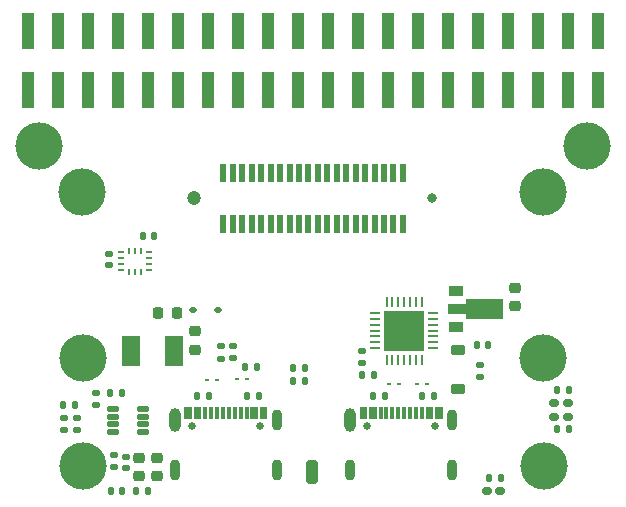
<source format=gbr>
%TF.GenerationSoftware,KiCad,Pcbnew,(7.0.0)*%
%TF.CreationDate,2023-04-19T19:18:22+08:00*%
%TF.ProjectId,Expansion,45787061-6e73-4696-9f6e-2e6b69636164,rev?*%
%TF.SameCoordinates,Original*%
%TF.FileFunction,Soldermask,Top*%
%TF.FilePolarity,Negative*%
%FSLAX46Y46*%
G04 Gerber Fmt 4.6, Leading zero omitted, Abs format (unit mm)*
G04 Created by KiCad (PCBNEW (7.0.0)) date 2023-04-19 19:18:22*
%MOMM*%
%LPD*%
G01*
G04 APERTURE LIST*
G04 Aperture macros list*
%AMRoundRect*
0 Rectangle with rounded corners*
0 $1 Rounding radius*
0 $2 $3 $4 $5 $6 $7 $8 $9 X,Y pos of 4 corners*
0 Add a 4 corners polygon primitive as box body*
4,1,4,$2,$3,$4,$5,$6,$7,$8,$9,$2,$3,0*
0 Add four circle primitives for the rounded corners*
1,1,$1+$1,$2,$3*
1,1,$1+$1,$4,$5*
1,1,$1+$1,$6,$7*
1,1,$1+$1,$8,$9*
0 Add four rect primitives between the rounded corners*
20,1,$1+$1,$2,$3,$4,$5,0*
20,1,$1+$1,$4,$5,$6,$7,0*
20,1,$1+$1,$6,$7,$8,$9,0*
20,1,$1+$1,$8,$9,$2,$3,0*%
%AMFreePoly0*
4,1,9,3.862500,-0.866500,0.737500,-0.866500,0.737500,-0.450000,-0.737500,-0.450000,-0.737500,0.450000,0.737500,0.450000,0.737500,0.866500,3.862500,0.866500,3.862500,-0.866500,3.862500,-0.866500,$1*%
G04 Aperture macros list end*
%ADD10C,4.000000*%
%ADD11RoundRect,0.140000X0.140000X0.170000X-0.140000X0.170000X-0.140000X-0.170000X0.140000X-0.170000X0*%
%ADD12RoundRect,0.140000X-0.170000X0.140000X-0.170000X-0.140000X0.170000X-0.140000X0.170000X0.140000X0*%
%ADD13RoundRect,0.140000X-0.140000X-0.170000X0.140000X-0.170000X0.140000X0.170000X-0.140000X0.170000X0*%
%ADD14RoundRect,0.112500X-0.187500X-0.112500X0.187500X-0.112500X0.187500X0.112500X-0.187500X0.112500X0*%
%ADD15RoundRect,0.135000X0.185000X-0.135000X0.185000X0.135000X-0.185000X0.135000X-0.185000X-0.135000X0*%
%ADD16RoundRect,0.135000X-0.135000X-0.185000X0.135000X-0.185000X0.135000X0.185000X-0.135000X0.185000X0*%
%ADD17R,0.475000X0.250000*%
%ADD18R,0.250000X0.475000*%
%ADD19RoundRect,0.160000X-0.222500X-0.160000X0.222500X-0.160000X0.222500X0.160000X-0.222500X0.160000X0*%
%ADD20RoundRect,0.250000X-0.250000X-0.750000X0.250000X-0.750000X0.250000X0.750000X-0.250000X0.750000X0*%
%ADD21RoundRect,0.062500X-0.337500X-0.062500X0.337500X-0.062500X0.337500X0.062500X-0.337500X0.062500X0*%
%ADD22RoundRect,0.062500X-0.062500X-0.337500X0.062500X-0.337500X0.062500X0.337500X-0.062500X0.337500X0*%
%ADD23R,3.350000X3.350000*%
%ADD24C,0.650000*%
%ADD25R,0.300000X1.140000*%
%ADD26O,1.000000X2.000000*%
%ADD27O,0.900000X1.800000*%
%ADD28RoundRect,0.135000X0.135000X0.185000X-0.135000X0.185000X-0.135000X-0.185000X0.135000X-0.185000X0*%
%ADD29R,1.500000X2.500000*%
%ADD30RoundRect,0.135000X-0.185000X0.135000X-0.185000X-0.135000X0.185000X-0.135000X0.185000X0.135000X0*%
%ADD31RoundRect,0.225000X-0.375000X0.225000X-0.375000X-0.225000X0.375000X-0.225000X0.375000X0.225000X0*%
%ADD32RoundRect,0.140000X0.170000X-0.140000X0.170000X0.140000X-0.170000X0.140000X-0.170000X-0.140000X0*%
%ADD33RoundRect,0.062500X-0.117500X-0.062500X0.117500X-0.062500X0.117500X0.062500X-0.117500X0.062500X0*%
%ADD34RoundRect,0.225000X-0.250000X0.225000X-0.250000X-0.225000X0.250000X-0.225000X0.250000X0.225000X0*%
%ADD35RoundRect,0.225000X0.250000X-0.225000X0.250000X0.225000X-0.250000X0.225000X-0.250000X-0.225000X0*%
%ADD36C,1.200000*%
%ADD37C,0.800000*%
%ADD38R,0.550000X1.550000*%
%ADD39RoundRect,0.062500X0.117500X0.062500X-0.117500X0.062500X-0.117500X-0.062500X0.117500X-0.062500X0*%
%ADD40R,1.300000X0.900000*%
%ADD41FreePoly0,0.000000*%
%ADD42R,1.000000X3.150000*%
%ADD43RoundRect,0.125000X0.400000X0.125000X-0.400000X0.125000X-0.400000X-0.125000X0.400000X-0.125000X0*%
%ADD44RoundRect,0.125000X0.395000X0.125000X-0.395000X0.125000X-0.395000X-0.125000X0.395000X-0.125000X0*%
%ADD45RoundRect,0.125000X0.394999X0.125000X-0.394999X0.125000X-0.394999X-0.125000X0.394999X-0.125000X0*%
%ADD46RoundRect,0.125000X0.405000X0.125000X-0.405000X0.125000X-0.405000X-0.125000X0.405000X-0.125000X0*%
%ADD47RoundRect,0.125000X0.410000X0.125000X-0.410000X0.125000X-0.410000X-0.125000X0.410000X-0.125000X0*%
%ADD48RoundRect,0.225000X-0.225000X-0.250000X0.225000X-0.250000X0.225000X0.250000X-0.225000X0.250000X0*%
G04 APERTURE END LIST*
D10*
%TO.C,J4*%
X113760000Y-79330000D03*
X117470000Y-83240000D03*
X117500000Y-106420000D03*
X117510000Y-97250000D03*
X156470000Y-83250000D03*
X156490000Y-97250000D03*
X156530000Y-106410000D03*
X160220000Y-79330000D03*
%TD*%
D11*
%TO.C,C7*%
X120830000Y-108550000D03*
X119870000Y-108550000D03*
%TD*%
D12*
%TO.C,C6*%
X121150000Y-105670000D03*
X121150000Y-106630000D03*
%TD*%
D13*
%TO.C,C1*%
X119845000Y-100275000D03*
X120805000Y-100275000D03*
%TD*%
D14*
%TO.C,D1*%
X126875000Y-93250000D03*
X128975000Y-93250000D03*
%TD*%
D15*
%TO.C,R4*%
X117050000Y-103410000D03*
X117050000Y-102390000D03*
%TD*%
D16*
%TO.C,R7*%
X131240000Y-98025000D03*
X132260000Y-98025000D03*
%TD*%
D15*
%TO.C,R20*%
X129250000Y-97319999D03*
X129250000Y-96299999D03*
%TD*%
D12*
%TO.C,C8*%
X141150000Y-96700000D03*
X141150000Y-97660000D03*
%TD*%
D11*
%TO.C,C9*%
X123570000Y-86970000D03*
X122610000Y-86970000D03*
%TD*%
D17*
%TO.C,U5*%
X123072499Y-89839999D03*
X123072499Y-89339999D03*
X123072499Y-88839999D03*
X123072499Y-88339999D03*
D18*
X122409999Y-88177499D03*
X121909999Y-88177499D03*
X121409999Y-88177499D03*
D17*
X120747499Y-88339999D03*
X120747499Y-88839999D03*
X120747499Y-89339999D03*
X120747499Y-89839999D03*
D18*
X121409999Y-90002499D03*
X121909999Y-90002499D03*
X122409999Y-90002499D03*
%TD*%
D19*
%TO.C,D7*%
X157416434Y-101050000D03*
X158561434Y-101050000D03*
%TD*%
D20*
%TO.C,J3*%
X136910000Y-106900000D03*
%TD*%
D21*
%TO.C,U4*%
X142275000Y-93455000D03*
X142275000Y-93955000D03*
X142275000Y-94455000D03*
X142275000Y-94955000D03*
X142275000Y-95455000D03*
X142275000Y-95955000D03*
X142275000Y-96455000D03*
D22*
X143225000Y-97405000D03*
X143725000Y-97405000D03*
X144225000Y-97405000D03*
X144725000Y-97405000D03*
X145225000Y-97405000D03*
X145725000Y-97405000D03*
X146225000Y-97405000D03*
D21*
X147175000Y-96455000D03*
X147175000Y-95955000D03*
X147175000Y-95455000D03*
X147175000Y-94955000D03*
X147175000Y-94455000D03*
X147175000Y-93955000D03*
X147175000Y-93455000D03*
D22*
X146225000Y-92505000D03*
X145725000Y-92505000D03*
X145225000Y-92505000D03*
X144725000Y-92505000D03*
X144225000Y-92505000D03*
X143725000Y-92505000D03*
X143225000Y-92505000D03*
D23*
X144724999Y-94954999D03*
%TD*%
D16*
%TO.C,R5*%
X115855000Y-101250000D03*
X116875000Y-101250000D03*
%TD*%
%TO.C,R8*%
X141115000Y-98730000D03*
X142135000Y-98730000D03*
%TD*%
D24*
%TO.C,U3*%
X126735000Y-103025000D03*
X132515000Y-103025000D03*
D25*
X126274999Y-101954999D03*
X127074999Y-101954999D03*
X128374999Y-101954999D03*
X129374999Y-101954999D03*
X129874999Y-101954999D03*
X130874999Y-101954999D03*
X132174999Y-101954999D03*
X132974999Y-101954999D03*
X132674999Y-101954999D03*
X131874999Y-101954999D03*
X131374999Y-101954999D03*
X130374999Y-101954999D03*
X128874999Y-101954999D03*
X127874999Y-101954999D03*
X127374999Y-101954999D03*
X126574999Y-101954999D03*
D26*
X125299999Y-102544999D03*
D27*
X133954999Y-102514999D03*
X125299999Y-106724999D03*
X133949999Y-106724999D03*
%TD*%
D16*
%TO.C,R18*%
X135340000Y-99200000D03*
X136360000Y-99200000D03*
%TD*%
%TO.C,R15*%
X157653934Y-103300000D03*
X158673934Y-103300000D03*
%TD*%
D28*
%TO.C,R3*%
X123010000Y-108550000D03*
X121990000Y-108550000D03*
%TD*%
D29*
%TO.C,L1*%
X121549999Y-96674999D03*
X125249999Y-96674999D03*
%TD*%
D30*
%TO.C,R13*%
X151100000Y-97874999D03*
X151100000Y-98894999D03*
%TD*%
D16*
%TO.C,R10*%
X146263375Y-100523375D03*
X147283375Y-100523375D03*
%TD*%
D31*
%TO.C,D6*%
X149275000Y-96575000D03*
X149275000Y-99875000D03*
%TD*%
D32*
%TO.C,C10*%
X119690000Y-89390000D03*
X119690000Y-88430000D03*
%TD*%
D33*
%TO.C,D2*%
X144270875Y-99473375D03*
X143430875Y-99473375D03*
%TD*%
%TO.C,D3*%
X128845000Y-99100000D03*
X128005000Y-99100000D03*
%TD*%
D34*
%TO.C,C2*%
X127000000Y-95025000D03*
X127000000Y-96575000D03*
%TD*%
D35*
%TO.C,C14*%
X154100000Y-92900000D03*
X154100000Y-91350000D03*
%TD*%
D28*
%TO.C,R11*%
X128219999Y-100525000D03*
X127199999Y-100525000D03*
%TD*%
D34*
%TO.C,C4*%
X123750000Y-105750000D03*
X123750000Y-107300000D03*
%TD*%
D19*
%TO.C,D9*%
X151697500Y-108510000D03*
X152842500Y-108510000D03*
%TD*%
D36*
%TO.C,j1*%
X126910000Y-83770000D03*
D37*
X147110000Y-83770000D03*
D38*
X129409999Y-85919999D03*
X129409999Y-81619999D03*
X130209999Y-85919999D03*
X130209999Y-81619999D03*
X131009999Y-85919999D03*
X131009999Y-81619999D03*
X131809999Y-85919999D03*
X131809999Y-81619999D03*
X132609999Y-85919999D03*
X132609999Y-81619999D03*
X133409999Y-85919999D03*
X133409999Y-81619999D03*
X134209999Y-85919999D03*
X134209999Y-81619999D03*
X135009999Y-85919999D03*
X135009999Y-81619999D03*
X135809999Y-85919999D03*
X135809999Y-81619999D03*
X136609999Y-85919999D03*
X136609999Y-81619999D03*
X137409999Y-85919999D03*
X137409999Y-81619999D03*
X138209999Y-85919999D03*
X138209999Y-81619999D03*
X139009999Y-85919999D03*
X139009999Y-81619999D03*
X139809999Y-85919999D03*
X139809999Y-81619999D03*
X140609999Y-81619999D03*
X140609999Y-85919999D03*
X141409999Y-81619999D03*
X141409999Y-85919999D03*
X142209999Y-81619999D03*
X142209999Y-85919999D03*
X143009999Y-81619999D03*
X143009999Y-85919999D03*
X143809999Y-81619999D03*
X143809999Y-85919999D03*
X144609999Y-81619999D03*
X144609999Y-85919999D03*
%TD*%
D16*
%TO.C,R12*%
X131440000Y-100525000D03*
X132460000Y-100525000D03*
%TD*%
D30*
%TO.C,R2*%
X120175000Y-105515000D03*
X120175000Y-106535000D03*
%TD*%
D16*
%TO.C,R22*%
X151905002Y-107472235D03*
X152925002Y-107472235D03*
%TD*%
D28*
%TO.C,R19*%
X136360000Y-98125000D03*
X135340000Y-98125000D03*
%TD*%
D30*
%TO.C,R6*%
X115875000Y-102390000D03*
X115875000Y-103410000D03*
%TD*%
D16*
%TO.C,R14*%
X157638933Y-100025000D03*
X158658933Y-100025000D03*
%TD*%
D39*
%TO.C,D5*%
X130530000Y-99075000D03*
X131370000Y-99075000D03*
%TD*%
D13*
%TO.C,C13*%
X150895000Y-96150000D03*
X151855000Y-96150000D03*
%TD*%
D40*
%TO.C,U6*%
X149074999Y-91624999D03*
D41*
X149162500Y-93125000D03*
D40*
X149074999Y-94624999D03*
%TD*%
D42*
%TO.C,J2*%
X112844999Y-74625000D03*
X112844999Y-69575000D03*
X115384999Y-74625000D03*
X115384999Y-69575000D03*
X117924999Y-74625000D03*
X117924999Y-69575000D03*
X120464999Y-74625000D03*
X120464999Y-69575000D03*
X123004999Y-74625000D03*
X123004999Y-69575000D03*
X125544999Y-74625000D03*
X125544999Y-69575000D03*
X128084999Y-74625000D03*
X128084999Y-69575000D03*
X130624999Y-74625000D03*
X130624999Y-69575000D03*
X133164999Y-74625000D03*
X133164999Y-69575000D03*
X135704999Y-74625000D03*
X135704999Y-69575000D03*
X138244999Y-74625000D03*
X138244999Y-69575000D03*
X140784999Y-74625000D03*
X140784999Y-69575000D03*
X143324999Y-74625000D03*
X143324999Y-69575000D03*
X145864999Y-74625000D03*
X145864999Y-69575000D03*
X148404999Y-74625000D03*
X148404999Y-69575000D03*
X150944999Y-74625000D03*
X150944999Y-69575000D03*
X153484999Y-74625000D03*
X153484999Y-69575000D03*
X156024999Y-74625000D03*
X156024999Y-69575000D03*
X158564999Y-74625000D03*
X158564999Y-69575000D03*
X161104999Y-74625000D03*
X161104999Y-69575000D03*
%TD*%
D24*
%TO.C,U2*%
X141576625Y-103028375D03*
X147356625Y-103028375D03*
D25*
X141116624Y-101958374D03*
X141916624Y-101958374D03*
X143216624Y-101958374D03*
X144216624Y-101958374D03*
X144716624Y-101958374D03*
X145716624Y-101958374D03*
X147016624Y-101958374D03*
X147816624Y-101958374D03*
X147516624Y-101958374D03*
X146716624Y-101958374D03*
X146216624Y-101958374D03*
X145216624Y-101958374D03*
X143716624Y-101958374D03*
X142716624Y-101958374D03*
X142216624Y-101958374D03*
X141416624Y-101958374D03*
D26*
X140141624Y-102548374D03*
D27*
X148796624Y-102518374D03*
X140141624Y-106728374D03*
X148791624Y-106728374D03*
%TD*%
D28*
%TO.C,R9*%
X143098376Y-100523375D03*
X142078376Y-100523375D03*
%TD*%
D15*
%TO.C,R21*%
X130250000Y-97310000D03*
X130250000Y-96290000D03*
%TD*%
D39*
%TO.C,D4*%
X145796625Y-99498375D03*
X146636625Y-99498375D03*
%TD*%
D15*
%TO.C,R1*%
X118625000Y-101285000D03*
X118625000Y-100265000D03*
%TD*%
D43*
%TO.C,U1*%
X122575000Y-103550000D03*
D44*
X122580000Y-102900000D03*
X122580000Y-102250000D03*
D45*
X122579999Y-101600000D03*
D46*
X120030000Y-101600000D03*
D47*
X120035000Y-102250000D03*
X120035000Y-102900000D03*
X120035000Y-103550000D03*
%TD*%
D34*
%TO.C,C5*%
X122300000Y-105750000D03*
X122300000Y-107300000D03*
%TD*%
D48*
%TO.C,C3*%
X123900000Y-93475000D03*
X125450000Y-93475000D03*
%TD*%
D19*
%TO.C,D8*%
X157441434Y-102250002D03*
X158586434Y-102250002D03*
%TD*%
M02*

</source>
